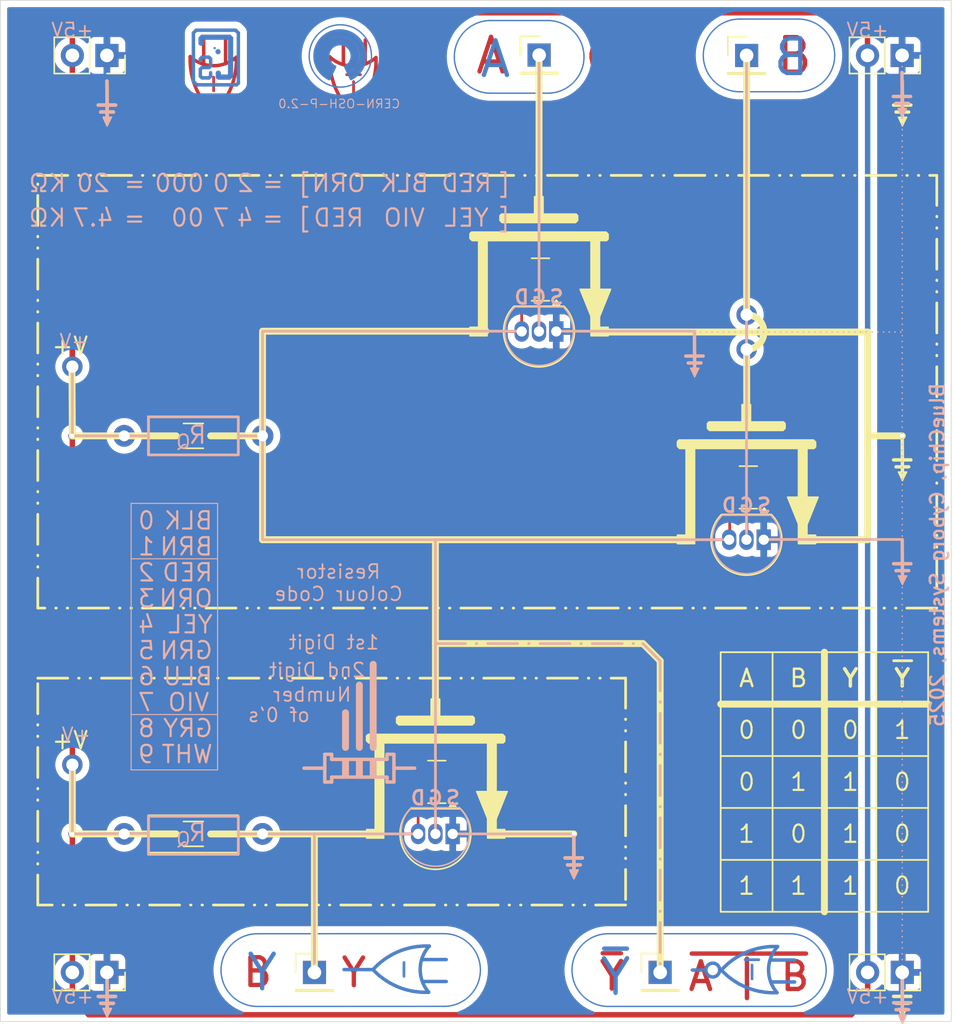
<source format=kicad_pcb>
(kicad_pcb (version 20241229) (generator "pcbnew") (generator_version "9.0")
  (layers (0 "F.Cu" signal) (2 "B.Cu" signal) (13 "F.Paste" user) (15 "B.Paste" user) (5 "F.SilkS" user "F.Silkscreen") (7 "B.SilkS" user "B.Silkscreen") (1 "F.Mask" user) (3 "B.Mask" user) (25 "Edge.Cuts" user))
  (net 0 "")
  (net 1 "Net-(A1-Pin_1)")
  (net 2 "Net-(B1-Pin_1)")
  (net 3 "GNDREF")
  (net 4 "VDD")
  (net 5 "Net-(Q13-D)")
  (net 6 "Net-(Q15-D)")
  (footprint "Package_TO_SOT_THT:TO-92_Inline" (layer "F.Cu") (at 227.329705 138.472237 180)
    (property "Reference" "Q5" (hide yes))
    (property "Value" "2N7000" (hide yes))
  )
  (footprint "Connector_PinHeader_2.54mm:PinHeader_1x01_P2.54mm_Vertical" (layer "F.Cu") (at 248.919705 81.3435)
    (property "Reference" "B1" (hide yes))
    (property "Value" "Conn_01x01_Pin" (hide yes))
  )
  (footprint "Connector_PinHeader_2.54mm:PinHeader_1x01_P2.54mm_Vertical" (layer "F.Cu") (at 233.679705 81.322237)
    (property "Reference" "A1" (hide yes))
    (property "Value" "Conn_01x01_Pin" (hide yes))
  )
  (footprint "Package_TO_SOT_THT:TO-92_Inline" (layer "F.Cu") (at 234.936283 101.6 180)
    (property "Reference" "Q3" (hide yes))
    (property "Value" "2N7000" (hide yes))
  )
  (footprint "Connector_PinSocket_2.54mm:PinSocket_1x02_P2.54mm_Vertical" (layer "F.Cu") (at 201.929705 81.3435 -90)
    (property "Reference" "J1" (hide yes))
    (property "Value" "Conn_01x02_Pin" (hide yes))
  )
  (footprint "Resistor_THT:R_Axial_DIN0207_L6.3mm_D2.5mm_P10.16mm_Horizontal" (layer "F.Cu") (at 203.199705 109.262237)
    (property "Reference" "R5" (hide yes))
    (property "Value" "R" (hide yes))
  )
  (footprint "Package_TO_SOT_SMD:SOT-23" (layer "F.Cu") (at 249.048473 113.043945 180)
    (property "Reference" "Q14" (hide yes))
    (property "Value" "2N7000" (hide yes))
  )
  (footprint "Connector_PinSocket_2.54mm:PinSocket_1x02_P2.54mm_Vertical" (layer "F.Cu") (at 260.349705 148.632237 -90)
    (property "Reference" "J3" (hide yes))
    (property "Value" "Conn_01x02_Pin" (hide yes))
  )
  (footprint "Connector_PinHeader_2.54mm:PinHeader_1x01_P2.54mm_Vertical" (layer "F.Cu") (at 242.569705 148.632237)
    (property "Reference" "Y2" (hide yes))
    (property "Value" "Conn_01x01_Pin")
  )
  (footprint "Connector_PinSocket_2.54mm:PinSocket_1x02_P2.54mm_Vertical" (layer "F.Cu") (at 260.341731 81.3435 -90)
    (property "Reference" "J4" (hide yes))
    (property "Value" "Conn_01x02_Pin" (hide yes))
  )
  (footprint "Connector_PinHeader_2.54mm:PinHeader_1x01_P2.54mm_Vertical" (layer "F.Cu") (at 217.169705 148.636386)
    (property "Reference" "Y1" (hide yes))
    (property "Value" "Conn_01x01_Pin" (hide yes))
  )
  (footprint "Package_TO_SOT_THT:TO-92_Inline" (layer "F.Cu") (at 250.176283 116.882237 180)
    (property "Reference" "Q4" (hide yes))
    (property "Value" "2N7000" (hide yes))
  )
  (footprint "Connector_PinSocket_2.54mm:PinSocket_1x02_P2.54mm_Vertical" (layer "F.Cu") (at 201.929705 148.632237 -90)
    (property "Reference" "J2" (hide yes))
    (property "Value" "Conn_01x02_Pin" (hide yes))
  )
  (footprint "Resistor_SMD:R_1206_3216Metric" (layer "F.Cu") (at 208.279705 138.472237)
    (property "Reference" "R16" (hide yes))
    (property "Value" "R" (hide yes))
  )
  (footprint "Resistor_SMD:R_1206_3216Metric" (layer "F.Cu") (at 208.279705 109.262237)
    (property "Reference" "R15" (hide yes))
    (property "Value" "R" (hide yes))
  )
  (footprint "Package_TO_SOT_SMD:SOT-23" (layer "F.Cu") (at 226.163785 134.655754 180)
    (property "Reference" "Q15" (hide yes))
    (property "Value" "2N7000" (hide yes))
  )
  (footprint "Package_TO_SOT_SMD:SOT-23" (layer "F.Cu") (at 233.777779 97.79 180)
    (property "Reference" "Q13" (hide yes))
    (property "Value" "2N7000" (hide yes))
  )
  (footprint "Resistor_THT:R_Axial_DIN0207_L6.3mm_D2.5mm_P10.16mm_Horizontal" (layer "F.Cu") (at 203.199705 138.472237)
    (property "Reference" "R6" (hide yes))
    (property "Value" "R" (hide yes))
  )
  (gr_line (start 210.644516 81.940936) (end 210.644516 80.183715) (stroke (width 0.254)) (layer "F.Cu"))
  (gr_line (start 218.307151 81.460803) (end 218.307691 81.461209) (stroke (width 0.254)) (layer "F.Cu"))
  (gr_line (start 211.430502 81.475141) (end 211.429028 81.474939) (stroke (width 0.254)) (layer "F.Cu"))
  (gr_line (start 209.771045 85.563309) (end 209.770269 85.567368) (stroke (width 0.254)) (layer "F.Cu"))
  (gr_arc (start 209.771045 85.563309) (mid 208.446846 83.691009) (end 208.046473 81.432977) (stroke (width 0.254)) (layer "F.Cu"))
  (gr_line (start 209.035367 81.940936) (end 209.035367 80.183715) (stroke (width 0.254)) (layer "F.Cu"))
  (gr_line (start 219.296585 81.969168) (end 219.296585 80.211947) (stroke (width 0.254)) (layer "F.Cu"))
  (gr_circle (center 220.032263 86.226541) (end 220.540263 86.226541) (stroke (width 0.254)) (fill no) (layer "F.Cu"))
  (gr_line (start 208.045933 81.432571) (end 208.046473 81.432977) (stroke (width 0.254)) (layer "F.Cu"))
  (gr_arc (start 221.690246 81.503171) (mid 219.990614 82.127558) (end 218.307151 81.460803) (stroke (width 0.254)) (layer "F.Cu"))
  (gr_line (start 221.69172 81.503373) (end 221.690246 81.503171) (stroke (width 0.254)) (layer "F.Cu"))
  (gr_arc (start 211.430502 81.475141) (mid 211.049863 83.703609) (end 209.770269 85.567368) (stroke (width 0.254)) (layer "F.Cu"))
  (gr_line (start 220.032263 85.591541) (end 220.031487 85.5956) (stroke (width 0.254)) (layer "F.Cu"))
  (gr_arc (start 211.429028 81.474939) (mid 209.729396 82.099326) (end 208.045933 81.432571) (stroke (width 0.254)) (layer "F.Cu"))
  (gr_arc (start 221.69172 81.503373) (mid 221.311081 83.731841) (end 220.031487 85.5956) (stroke (width 0.254)) (layer "F.Cu"))
  (gr_line (start 209.770247 85.567368) (end 209.771045 87.695909) (stroke (width 0.254)) (layer "F.Cu"))
  (gr_line (start 220.905734 81.969168) (end 220.905734 80.211947) (stroke (width 0.254)) (layer "F.Cu"))
  (gr_arc (start 220.032263 85.591541) (mid 218.708064 83.719241) (end 218.307691 81.461209) (stroke (width 0.254)) (layer "F.Cu"))
  (gr_line (start 220.032263 86.746101) (end 220.032263 87.724141) (stroke (width 0.254)) (layer "F.Cu"))
  (gr_arc (start 212.978705 151.130849) (mid 210.311686 148.463835) (end 212.978705 145.796849) (stroke (width 0.1)) (layer "B.Cu"))
  (gr_arc (start 234.306731 78.782237) (mid 236.973815 81.449247) (end 234.306731 84.116237) (stroke (width 0.1)) (layer "B.Cu"))
  (gr_arc (start 218.312705 82.7797) (mid 219.039734 79.805117) (end 219.788095 82.774408) (stroke (width 0.127)) (layer "B.Cu"))
  (gr_arc (start 218.236505 82.8559) (mid 219.105198 79.701552) (end 219.758299 82.907481) (stroke (width 0.127)) (layer "B.Cu"))
  (gr_line (start 245.913712 148.462954) (end 244.935672 148.462954) (stroke (width 0.254)) (layer "B.Cu"))
  (gr_line (start 252.721731 78.6765) (end 248.403731 78.6765) (stroke (width 0.1)) (layer "B.Cu"))
  (gr_arc (start 218.359506 82.573138) (mid 219.070689 80.011126) (end 219.670358 82.601515) (stroke (width 0.127)) (layer "B.Cu"))
  (gr_line (start 252.094705 151.12999) (end 238.759724 151.12999) (stroke (width 0.1)) (layer "B.Cu"))
  (gr_line (start 225.564339 150.087545) (end 225.564541 150.086071) (stroke (width 0.254)) (layer "B.Cu"))
  (gr_arc (start 218.261905 83.1099) (mid 219.042181 79.484499) (end 219.849647 83.103943) (stroke (width 0.127)) (layer "B.Cu"))
  (gr_arc (start 238.759724 151.12999) (mid 236.092705 148.46299) (end 238.759724 145.79599) (stroke (width 0.1)) (layer "B.Cu"))
  (gr_arc (start 251.15644 150.122411) (mid 248.927972 149.741772) (end 247.064213 148.462178) (stroke (width 0.254)) (layer "B.Cu"))
  (gr_line (start 218.683839 82.172113) (end 218.255018 83.071629) (stroke (width 0.2)) (layer "B.Cu"))
  (gr_line (start 250.690645 147.727276) (end 252.447866 147.727276) (stroke (width 0.254)) (layer "B.Cu"))
  (gr_line (start 238.759724 145.79599) (end 252.094705 145.79599) (stroke (width 0.1)) (layer "B.Cu"))
  (gr_arc (start 218.490505 82.3733) (mid 219.013326 80.24795) (end 219.652098 82.341419) (stroke (width 0.127)) (layer "B.Cu"))
  (gr_line (start 221.476171 148.428088) (end 221.472112 148.427312) (stroke (width 0.254)) (layer "B.Cu"))
  (gr_arc (start 221.476171 148.428088) (mid 223.348482 147.103924) (end 225.606503 146.703516) (stroke (width 0.254)) (layer "B.Cu"))
  (gr_arc (start 225.564339 150.087545) (mid 223.335869 149.70691) (end 221.472112 148.427312) (stroke (width 0.254)) (layer "B.Cu"))
  (gr_arc (start 225.564541 150.086071) (mid 224.940163 148.386443) (end 225.606909 146.702976) (stroke (width 0.254)) (layer "B.Cu"))
  (gr_arc (start 252.721731 78.6765) (mid 255.388815 81.34351) (end 252.721731 84.0105) (stroke (width 0.1)) (layer "B.Cu"))
  (gr_circle (center 219.074705 81.3827) (end 216.788705 81.3827) (stroke (width 0.1)) (fill no) (layer "B.Cu"))
  (gr_arc (start 248.403731 84.0105) (mid 245.736815 81.34351) (end 248.403731 78.6765) (stroke (width 0.1)) (layer "B.Cu"))
  (gr_arc (start 218.566705 82.1447) (mid 219.034027 80.485172) (end 219.527102 82.137243) (stroke (width 0.127)) (layer "B.Cu"))
  (gr_arc (start 252.094705 145.79599) (mid 254.761681 148.46299) (end 252.094705 151.12999) (stroke (width 0.1)) (layer "B.Cu"))
  (gr_line (start 230.115731 84.116237) (end 234.306731 84.116237) (stroke (width 0.1)) (layer "B.Cu"))
  (gr_line (start 234.306731 78.782237) (end 229.988731 78.782237) (stroke (width 0.1)) (layer "B.Cu"))
  (gr_line (start 225.098544 149.301559) (end 226.855765 149.301559) (stroke (width 0.254)) (layer "B.Cu"))
  (gr_arc (start 218.414305 82.4495) (mid 218.946544 80.147355) (end 219.835018 82.336865) (stroke (width 0.127)) (layer "B.Cu"))
  (gr_line (start 219.439976 82.167388) (end 219.862105 83.0591) (stroke (width 0.2)) (layer "B.Cu"))
  (gr_arc (start 218.414305 82.492786) (mid 218.985581 80.048309) (end 219.656475 82.46738) (stroke (width 0.127)) (layer "B.Cu"))
  (gr_line (start 226.675103 151.125254) (end 212.978705 151.130849) (stroke (width 0.1)) (layer "B.Cu"))
  (gr_arc (start 226.69471 145.791254) (mid 229.361691 148.45824) (end 226.69471 151.125254) (stroke (width 0.1)) (layer "B.Cu"))
  (gr_circle (center 209.839746 80.811242) (end 209.915946 80.811242) (stroke (width 0.0254)) (fill yes) (layer "B.Cu"))
  (gr_line (start 248.403731 84.0105) (end 252.721731 84.0105) (stroke (width 0.1)) (layer "B.Cu"))
  (gr_circle (center 246.433272 148.462954) (end 246.433272 148.970954) (stroke (width 0.254)) (fill no) (layer "B.Cu"))
  (gr_arc (start 230.115731 84.116237) (mid 227.448815 81.449247) (end 230.115731 78.782237) (stroke (width 0.1)) (layer "B.Cu"))
  (gr_arc (start 251.156642 150.120937) (mid 250.532255 148.421305) (end 251.19901 146.737842) (stroke (width 0.254)) (layer "B.Cu"))
  (gr_line (start 212.978705 145.796849) (end 226.6947 145.791254) (stroke (width 0.1)) (layer "B.Cu"))
  (gr_line (start 250.690645 149.336425) (end 252.447866 149.336425) (stroke (width 0.254)) (layer "B.Cu"))
  (gr_line (start 225.098544 147.69241) (end 226.855765 147.69241) (stroke (width 0.254)) (layer "B.Cu"))
  (gr_arc (start 218.566705 82.336779) (mid 219.057682 80.315748) (end 219.498615 82.348325) (stroke (width 0.127)) (layer "B.Cu"))
  (gr_arc (start 218.363505 82.7035) (mid 219.046853 79.895067) (end 219.73457 82.702476) (stroke (width 0.127)) (layer "B.Cu"))
  (gr_arc (start 218.566705 82.268122) (mid 219.020534 80.377684) (end 219.557305 82.246299) (stroke (width 0.127)) (layer "B.Cu"))
  (gr_arc (start 218.697399 82.145144) (mid 219.011359 80.54363) (end 219.468611 82.11026) (stroke (width 0.127)) (layer "B.Cu"))
  (gr_arc (start 218.211105 82.9575) (mid 219.083051 79.602524) (end 219.798658 82.994264) (stroke (width 0.127)) (layer "B.Cu"))
  (gr_arc (start 247.068272 148.462954) (mid 248.940572 147.138755) (end 251.198604 146.738382) (stroke (width 0.254)) (layer "B.Cu"))
  (gr_line (start 225.606909 146.702976) (end 225.606503 146.703516) (stroke (width 0.254)) (layer "B.Cu"))
  (gr_line (start 221.472112 148.428088) (end 219.343571 148.428088) (stroke (width 0.254)) (layer "B.Cu"))
  (gr_circle (center 210.091996 81.072929) (end 210.091996 80.945929) (stroke (width 0.127)) (fill yes) (layer "B.Cu"))
  (gr_line (start 248.919705 100.372238) (end 248.919705 81.322237) (stroke (width 0.508)) (layer "F.SilkS"))
  (gr_line (start 236.545163 141.123727) (end 236.231361 141.758727) (stroke (width 0.1)) (layer "F.SilkS"))
  (gr_line (start 259.714705 150.394727) (end 260.984705 150.394727) (stroke (width 0.254)) (layer "F.SilkS"))
  (gr_line (start 260.069452 85.878727) (end 260.675163 85.878727) (stroke (width 0.1)) (layer "F.SilkS"))
  (gr_line (start 201.94866 151.695747) (end 201.929705 148.632237) (stroke (width 0.254)) (layer "F.SilkS"))
  (gr_poly (pts (xy 220.996801 138.782351) (xy 220.996801 138.147351) (xy 221.631801 138.147351) (xy 221.631801 131.797351) (xy 221.155551 131.797351) (xy 220.996801 131.638601) (xy 220.996801 131.281413) (xy 221.115863 131.162351) (xy 230.998051 131.162351) (xy 231.156801 131.321101) (xy 231.156801 131.678289) (xy 231.037739 131.797351) (xy 230.521801 131.797351) (xy 230.521801 138.147351) (xy 231.156801 138.147351) (xy 231.156801 138.782351) (xy 229.886801 138.782351) (xy 229.886801 131.797351) (xy 222.266801 131.797351) (xy 222.266801 138.782351)) (stroke (width 0.1)) (fill yes) (layer "F.SilkS"))
  (gr_line (start 199.389705 138.472237) (end 199.389705 133.392237) (stroke (width 0.508)) (layer "F.SilkS"))
  (gr_line (start 257.809705 116.882237) (end 253.357994 116.882237) (stroke (width 0.508)) (layer "F.SilkS"))
  (gr_line (start 260.361361 151.918727) (end 260.069452 151.283727) (stroke (width 0.1)) (layer "F.SilkS"))
  (gr_line (start 201.474979 85.497727) (end 202.406325 85.497727) (stroke (width 0.254)) (layer "F.SilkS"))
  (gr_line (start 202.255163 151.283727) (end 201.941361 151.918727) (stroke (width 0.1)) (layer "F.SilkS"))
  (gr_poly (pts (xy 230.955439 93.615195) (xy 230.796689 93.456445) (xy 230.796689 93.099257) (xy 230.915751 92.980195) (xy 233.336689 92.980195) (xy 233.336689 91.710195) (xy 233.971689 91.710195) (xy 233.971689 92.980195) (xy 236.392627 92.980195) (xy 236.511689 93.099257) (xy 236.511689 93.456445) (xy 236.352939 93.615195)) (stroke (width 0.1)) (fill yes) (layer "F.SilkS"))
  (gr_line (start 260.069452 151.283727) (end 260.675163 151.283727) (stroke (width 0.1)) (layer "F.SilkS"))
  (gr_poly (pts (xy 243.831731 117.177697) (xy 243.831731 116.542697) (xy 244.466731 116.542697) (xy 244.466731 110.192697) (xy 243.990481 110.192697) (xy 243.831731 110.033947) (xy 243.831731 109.676759) (xy 243.950793 109.557697) (xy 253.832981 109.557697) (xy 253.991731 109.716447) (xy 253.991731 110.073635) (xy 253.872669 110.192697) (xy 253.356731 110.192697) (xy 253.356731 116.542697) (xy 253.991731 116.542697) (xy 253.991731 117.177697) (xy 252.721731 117.177697) (xy 252.721731 110.192697) (xy 245.101731 110.192697) (xy 245.101731 117.177697)) (stroke (width 0.1)) (fill yes) (layer "F.SilkS"))
  (gr_line (start 260.186958 85.97978) (end 260.534006 85.97978) (stroke (width 0.2032)) (layer "F.SilkS"))
  (gr_line (start 260.252908 151.492893) (end 260.476705 151.489649) (stroke (width 0.1)) (layer "F.SilkS"))
  (gr_line (start 259.714705 111.024727) (end 260.984705 111.024727) (stroke (width 0.254)) (layer "F.SilkS"))
  (gr_arc (start 248.919705 100.372237) (mid 250.189705 101.642237) (end 248.919705 102.912237) (stroke (width 0.508)) (layer "F.SilkS"))
  (gr_line (start 201.766958 85.97978) (end 202.114006 85.97978) (stroke (width 0.2032)) (layer "F.SilkS"))
  (gr_line (start 260.36866 151.695747) (end 260.349705 148.632237) (stroke (width 0.254)) (layer "F.SilkS"))
  (gr_line (start 247.014705 128.947237) (end 262.254705 128.947237) (stroke (width 0.508)) (layer "F.SilkS"))
  (gr_line (start 260.36866 86.290747) (end 260.349705 83.227237) (stroke (width 0.254)) (layer "F.SilkS"))
  (gr_poly (pts (xy 238.935186 98.501871) (xy 237.807883 101.288169) (xy 236.682729 98.501773)) (stroke (width 0.1)) (fill yes) (layer "F.SilkS"))
  (gr_line (start 236.219705 138.472237) (end 230.50672 138.472237) (stroke (width 0.508)) (layer "F.SilkS"))
  (gr_line (start 213.359705 116.882237) (end 213.359705 101.74359) (stroke (width 0.508)) (layer "F.SilkS"))
  (gr_line (start 201.766958 151.38478) (end 202.114006 151.38478) (stroke (width 0.2032)) (layer "F.SilkS"))
  (gr_line (start 226.059705 124.502237) (end 241.299705 124.502237) (stroke (width 0.508)) (layer "F.SilkS"))
  (gr_line (start 260.361361 112.548727) (end 260.069452 111.913727) (stroke (width 0.1)) (layer "F.SilkS"))
  (gr_line (start 260.252908 112.122893) (end 260.476705 112.119649) (stroke (width 0.1)) (layer "F.SilkS"))
  (gr_line (start 260.349705 109.262237) (end 257.809705 109.262237) (stroke (width 0.508)) (layer "F.SilkS"))
  (gr_line (start 241.299705 124.502237) (end 242.569705 125.772237) (stroke (width 0.508)) (layer "F.SilkS"))
  (gr_line (start 259.894979 85.497727) (end 260.826325 85.497727) (stroke (width 0.254)) (layer "F.SilkS"))
  (gr_line (start 201.649452 151.283727) (end 202.255163 151.283727) (stroke (width 0.1)) (layer "F.SilkS"))
  (gr_line (start 233.666284 92.075) (end 233.671731 81.322237) (stroke (width 0.508)) (layer "F.SilkS"))
  (gr_line (start 201.941361 151.918727) (end 201.649452 151.283727) (stroke (width 0.1)) (layer "F.SilkS"))
  (gr_line (start 260.36866 112.325747) (end 260.349705 109.262237) (stroke (width 0.254)) (layer "F.SilkS"))
  (gr_line (start 235.939452 141.123727) (end 236.545163 141.123727) (stroke (width 0.1)) (layer "F.SilkS"))
  (gr_line (start 236.122908 141.332893) (end 236.346705 141.329649) (stroke (width 0.1)) (layer "F.SilkS"))
  (gr_line (start 207.009705 109.262237) (end 199.389705 109.262237) (stroke (width 0.508)) (layer "F.SilkS"))
  (gr_line (start 242.569705 125.772237) (end 242.569705 148.632237) (stroke (width 0.508)) (layer "F.SilkS"))
  (gr_rect (start 196.849705 90.148737) (end 262.889705 121.898737) (stroke (width 0.2) (type dash_dot_dot)) (fill no) (layer "F.SilkS"))
  (gr_poly (pts (xy 228.592026 101.923169) (xy 228.592026 101.288169) (xy 229.227026 101.288169) (xy 229.227026 94.938169) (xy 228.750776 94.938169) (xy 228.592026 94.779419) (xy 228.592026 94.422231) (xy 228.711088 94.303169) (xy 238.593276 94.303169) (xy 238.752026 94.461919) (xy 238.752026 94.819107) (xy 238.632964 94.938169) (xy 238.117026 94.938169) (xy 238.117026 101.288169) (xy 238.752026 101.288169) (xy 238.752026 101.923169) (xy 237.482026 101.923169) (xy 237.482026 94.938169) (xy 229.862026 94.938169) (xy 229.862026 101.923169)) (stroke (width 0.1)) (fill yes) (layer "F.SilkS"))
  (gr_line (start 254.634705 125.137237) (end 254.634705 144.187237) (stroke (width 0.508)) (layer "F.SilkS"))
  (gr_rect (start 196.849705 127.042237) (end 240.029705 143.688657) (stroke (width 0.2) (type dash_dot_dot)) (fill no) (layer "F.SilkS"))
  (gr_line (start 260.675163 85.878727) (end 260.361361 86.513727) (stroke (width 0.1)) (layer "F.SilkS"))
  (gr_line (start 207.009705 138.472237) (end 199.389705 138.472237) (stroke (width 0.508)) (layer "F.SilkS"))
  (gr_line (start 235.584705 140.234727) (end 236.854705 140.234727) (stroke (width 0.254)) (layer "F.SilkS"))
  (gr_line (start 259.723204 125.763136) (end 261.046204 125.763136) (stroke (width 0.2032)) (layer "F.SilkS"))
  (gr_line (start 260.252908 86.087893) (end 260.476705 86.084649) (stroke (width 0.1)) (layer "F.SilkS"))
  (gr_line (start 213.359705 101.582027) (end 229.768352 101.582027) (stroke (width 0.508)) (layer "F.SilkS"))
  (gr_line (start 236.231361 141.758727) (end 235.939452 141.123727) (stroke (width 0.1)) (layer "F.SilkS"))
  (gr_line (start 201.832908 86.087893) (end 202.056705 86.084649) (stroke (width 0.1)) (layer "F.SilkS"))
  (gr_line (start 260.361361 86.513727) (end 260.069452 85.878727) (stroke (width 0.1)) (layer "F.SilkS"))
  (gr_line (start 209.549705 109.262237) (end 213.359705 109.262237) (stroke (width 0.508)) (layer "F.SilkS"))
  (gr_line (start 257.809705 101.642237) (end 257.809705 116.882237) (stroke (width 0.508)) (layer "F.SilkS"))
  (gr_line (start 259.894979 150.902727) (end 260.826325 150.902727) (stroke (width 0.254)) (layer "F.SilkS"))
  (gr_line (start 260.186958 112.01478) (end 260.534006 112.01478) (stroke (width 0.2032)) (layer "F.SilkS"))
  (gr_poly (pts (xy 231.339961 135.361053) (xy 230.212658 138.147351) (xy 229.087504 135.360955)) (stroke (width 0.1)) (fill yes) (layer "F.SilkS"))
  (gr_line (start 260.675163 151.283727) (end 260.361361 151.918727) (stroke (width 0.1)) (layer "F.SilkS"))
  (gr_line (start 209.549705 138.475527) (end 220.878352 138.475527) (stroke (width 0.508)) (layer "F.SilkS"))
  (gr_line (start 201.941361 86.513727) (end 201.649452 85.878727) (stroke (width 0.1)) (layer "F.SilkS"))
  (gr_line (start 236.23866 141.535747) (end 236.219705 138.472237) (stroke (width 0.254)) (layer "F.SilkS"))
  (gr_line (start 248.931553 108.234723) (end 248.919705 102.912237) (stroke (width 0.508)) (layer "F.SilkS"))
  (gr_line (start 201.474979 150.902727) (end 202.406325 150.902727) (stroke (width 0.254)) (layer "F.SilkS"))
  (gr_poly (pts (xy 246.195144 108.869723) (xy 246.036394 108.710973) (xy 246.036394 108.353785) (xy 246.155456 108.234723) (xy 248.576394 108.234723) (xy 248.576394 106.964723) (xy 249.211394 106.964723) (xy 249.211394 108.234723) (xy 251.632332 108.234723) (xy 251.751394 108.353785) (xy 251.751394 108.710973) (xy 251.592644 108.869723)) (stroke (width 0.1)) (fill yes) (layer "F.SilkS"))
  (gr_line (start 236.056958 141.22478) (end 236.404006 141.22478) (stroke (width 0.2032)) (layer "F.SilkS"))
  (gr_line (start 201.294705 150.394727) (end 202.564705 150.394727) (stroke (width 0.254)) (layer "F.SilkS"))
  (gr_poly (pts (xy 223.360214 130.474377) (xy 223.201464 130.315627) (xy 223.201464 129.958439) (xy 223.320526 129.839377) (xy 225.741464 129.839377) (xy 225.741464 128.569377) (xy 226.376464 128.569377) (xy 226.376464 129.839377) (xy 228.797402 129.839377) (xy 228.916464 129.958439) (xy 228.916464 130.315627) (xy 228.757714 130.474377)) (stroke (width 0.1)) (fill yes) (layer "F.SilkS"))
  (gr_line (start 199.389705 109.262237) (end 199.359705 104.182237) (stroke (width 0.508)) (layer "F.SilkS"))
  (gr_line (start 235.764979 140.742727) (end 236.696325 140.742727) (stroke (width 0.254)) (layer "F.SilkS"))
  (gr_line (start 201.294705 84.989727) (end 202.564705 84.989727) (stroke (width 0.254)) (layer "F.SilkS"))
  (gr_line (start 243.831731 116.882237) (end 213.359705 116.882237) (stroke (width 0.508)) (layer "F.SilkS"))
  (gr_line (start 259.714705 84.989727) (end 260.984705 84.989727) (stroke (width 0.254)) (layer "F.SilkS"))
  (gr_line (start 217.169705 138.732667) (end 217.169705 148.889377) (stroke (width 0.508)) (layer "F.SilkS"))
  (gr_line (start 257.809705 101.642237) (end 237.803849 101.642237) (stroke (width 0.508)) (layer "F.SilkS"))
  (gr_line (start 260.069452 111.913727) (end 260.675163 111.913727) (stroke (width 0.1)) (layer "F.SilkS"))
  (gr_line (start 201.832908 151.492893) (end 202.056705 151.489649) (stroke (width 0.1)) (layer "F.SilkS"))
  (gr_line (start 226.059705 116.882237) (end 226.059705 129.582237) (stroke (width 0.508)) (layer "F.SilkS"))
  (gr_line (start 202.255163 85.878727) (end 201.941361 86.513727) (stroke (width 0.1)) (layer "F.SilkS"))
  (gr_line (start 259.894979 111.532727) (end 260.826325 111.532727) (stroke (width 0.254)) (layer "F.SilkS"))
  (gr_line (start 201.94866 86.290747) (end 201.929705 83.227237) (stroke (width 0.254)) (layer "F.SilkS"))
  (gr_poly (pts (xy 254.174891 113.756399) (xy 253.047588 116.542697) (xy 251.922434 113.756301)) (stroke (width 0.1)) (fill yes) (layer "F.SilkS"))
  (gr_line (start 260.186958 151.38478) (end 260.534006 151.38478) (stroke (width 0.2032)) (layer "F.SilkS"))
  (gr_line (start 201.649452 85.878727) (end 202.255163 85.878727) (stroke (width 0.1)) (layer "F.SilkS"))
  (gr_line (start 260.675163 111.913727) (end 260.361361 112.548727) (stroke (width 0.1)) (layer "F.SilkS"))
  (gr_line (start 201.832908 86.087893) (end 202.056705 86.084649) (stroke (width 0.1)) (layer "B.SilkS"))
  (gr_line (start 210.059166 118.283167) (end 203.709166 118.283167) (stroke (width 0.0762)) (layer "B.SilkS"))
  (gr_line (start 260.341731 85.878727) (end 260.049822 85.243727) (stroke (width 0.1)) (layer "B.SilkS"))
  (gr_line (start 241.299705 124.502237) (end 242.569705 125.772237) (stroke (width 0.2) (type dash_dot)) (layer "B.SilkS"))
  (gr_line (start 201.941361 86.513727) (end 201.649452 85.878727) (stroke (width 0.1)) (layer "B.SilkS"))
  (gr_line (start 224.281705 136.550518) (end 227.837704 136.550518) (stroke (width 0.1)) (layer "B.SilkS"))
  (gr_line (start 248.911732 116.864264) (end 248.911732 81.322237) (stroke (width 0.2)) (layer "B.SilkS"))
  (gr_line (start 217.169705 147.971709) (end 217.169705 138.446709) (stroke (width 0.2)) (layer "B.SilkS"))
  (gr_arc (start 250.689732 115.086264) (mid 248.911732 119.378736) (end 247.133732 115.086264) (stroke (width 0.1)) (layer "B.SilkS"))
  (gr_line (start 218.439705 133.001773) (end 218.439705 132.630237) (stroke (width 0.254)) (layer "B.SilkS"))
  (gr_line (start 260.36866 152.1615) (end 260.349705 149.09799) (stroke (width 0.254)) (layer "B.SilkS"))
  (gr_line (start 247.133732 115.086264) (end 250.689731 115.086264) (stroke (width 0.1)) (layer "B.SilkS"))
  (gr_line (start 201.294705 150.394727) (end 202.564705 150.394727) (stroke (width 0.254)) (layer "B.SilkS"))
  (gr_line (start 204.977705 138.42999) (end 199.389705 138.472237) (stroke (width 0.2)) (layer "B.SilkS"))
  (gr_line (start 210.057705 129.709237) (end 203.707705 129.709237) (stroke (width 0.0762)) (layer "B.SilkS"))
  (gr_line (start 223.011705 134.662237) (end 223.011705 132.630237) (stroke (width 0.254)) (layer "B.SilkS"))
  (gr_line (start 201.294705 84.989727) (end 202.564705 84.989727) (stroke (width 0.254)) (layer "B.SilkS"))
  (gr_line (start 220.471705 132.122237) (end 220.471705 127.550237) (stroke (width 0.508)) (layer "B.SilkS"))
  (gr_line (start 260.186958 119.63478) (end 260.534006 119.63478) (stroke (width 0.2032)) (layer "B.SilkS"))
  (gr_line (start 245.109705 101.582027) (end 234.941731 101.582027) (stroke (width 0.2)) (layer "B.SilkS"))
  (gr_line (start 213.359705 116.882237) (end 213.359705 101.646224) (stroke (width 0.2)) (layer "B.SilkS"))
  (gr_rect (start 204.977705 137.176709) (end 211.581705 139.970709) (stroke (width 0.2)) (fill no) (layer "B.SilkS"))
  (gr_line (start 259.875349 84.862727) (end 260.806695 84.862727) (stroke (width 0.254)) (layer "B.SilkS"))
  (gr_line (start 236.219705 138.472237) (end 227.329704 138.472237) (stroke (width 0.2)) (layer "B.SilkS"))
  (gr_line (start 236.122908 141.332893) (end 236.346705 141.329649) (stroke (width 0.1)) (layer "B.SilkS"))
  (gr_line (start 260.167328 85.34478) (end 260.514376 85.34478) (stroke (width 0.2032)) (layer "B.SilkS"))
  (gr_line (start 202.255163 85.878727) (end 201.941361 86.513727) (stroke (width 0.1)) (layer "B.SilkS"))
  (gr_line (start 218.439705 132.630237) (end 217.931705 132.630237) (stroke (width 0.254)) (layer "B.SilkS"))
  (gr_line (start 244.452102 103.404727) (end 245.722102 103.404727) (stroke (width 0.254)) (layer "B.SilkS"))
  (gr_line (start 260.069452 151.74948) (end 260.675163 151.74948) (stroke (width 0.1)) (layer "B.SilkS"))
  (gr_line (start 259.714705 118.644727) (end 260.984705 118.644727) (stroke (width 0.254)) (layer "B.SilkS"))
  (gr_line (start 226.059705 124.502237) (end 241.299705 124.502237) (stroke (width 0.2) (type dash_dot)) (layer "B.SilkS"))
  (gr_line (start 245.109705 101.642237) (end 260.349705 101.642237) (stroke (width 0.1) (type dot)) (layer "B.SilkS"))
  (gr_line (start 201.649452 151.283727) (end 202.255163 151.283727) (stroke (width 0.1)) (layer "B.SilkS"))
  (gr_line (start 210.057705 114.215237) (end 203.707705 114.215237) (stroke (width 0.0762)) (layer "B.SilkS"))
  (gr_line (start 260.675163 151.74948) (end 260.361361 152.38448) (stroke (width 0.1)) (layer "B.SilkS"))
  (gr_line (start 204.977705 109.262237) (end 199.389705 109.262237) (stroke (width 0.2)) (layer "B.SilkS"))
  (gr_line (start 224.789704 138.472237) (end 211.581705 138.472237) (stroke (width 0.2)) (layer "B.SilkS"))
  (gr_line (start 231.893731 99.804027) (end 235.44973 99.804027) (stroke (width 0.1)) (layer "B.SilkS"))
  (gr_arc (start 235.449732 99.804027) (mid 233.671732 104.096499) (end 231.893732 99.804027) (stroke (width 0.1)) (layer "B.SilkS"))
  (gr_line (start 221.487705 133.138237) (end 221.487705 134.154237) (stroke (width 0.508)) (layer "B.SilkS"))
  (gr_line (start 245.106057 104.705747) (end 245.087102 101.642237) (stroke (width 0.254)) (layer "B.SilkS"))
  (gr_line (start 260.361361 120.168727) (end 260.069452 119.533727) (stroke (width 0.1)) (layer "B.SilkS"))
  (gr_line (start 259.714705 150.86048) (end 260.984705 150.86048) (stroke (width 0.254)) (layer "B.SilkS"))
  (gr_line (start 242.569705 125.772237) (end 242.569705 148.46299) (stroke (width 0.2) (type dash_dot)) (layer "B.SilkS"))
  (gr_line (start 210.057705 133.773237) (end 210.057705 114.215237) (stroke (width 0.0762)) (layer "B.SilkS"))
  (gr_line (start 224.281705 136.550518) (end 227.837704 136.550518) (stroke (width 0.1)) (layer "B.SilkS"))
  (gr_line (start 219.455705 133.138237) (end 219.455705 134.154237) (stroke (width 0.508)) (layer "B.SilkS"))
  (gr_line (start 236.23866 141.535747) (end 236.219705 138.472237) (stroke (width 0.254)) (layer "B.SilkS"))
  (gr_line (start 260.36866 119.945747) (end 260.349705 116.882237) (stroke (width 0.254)) (layer "B.SilkS"))
  (gr_line (start 247.649705 116.882237) (end 213.363692 116.882237) (stroke (width 0.2)) (layer "B.SilkS"))
  (gr_line (start 223.011705 134.662237) (end 222.503705 134.662237) (stroke (width 0.254)) (layer "B.SilkS"))
  (gr_line (start 235.939452 141.123727) (end 236.545163 141.123727) (stroke (width 0.1)) (layer "B.SilkS"))
  (gr_line (start 232.401731 101.582027) (end 213.359705 101.582027) (stroke (width 0.2)) (layer "B.SilkS"))
  (gr_line (start 201.766958 151.38478) (end 202.114006 151.38478) (stroke (width 0.2032)) (layer "B.SilkS"))
  (gr_line (start 217.931705 134.662237) (end 217.931705 132.630237) (stroke (width 0.254)) (layer "B.SilkS"))
  (gr_line (start 218.439705 134.662237) (end 218.439705 134.301164) (stroke (width 0.254)) (layer "B.SilkS"))
  (gr_line (start 260.252908 151.958646) (end 260.476705 151.955402) (stroke (width 0.1)) (layer "B.SilkS"))
  (gr_line (start 199.389705 138.472237) (end 199.389705 133.392237) (stroke (width 0.2)) (layer "B.SilkS"))
  (gr_line (start 235.764979 140.742727) (end 236.696325 140.742727) (stroke (width 0.254)) (layer "B.SilkS"))
  (gr_line (start 260.349705 81.322237) (end 260.349705 148.632237) (stroke (width 0.1) (type dot)) (layer "B.SilkS"))
  (gr_line (start 201.474979 150.902727) (end 202.406325 150.902727) (stroke (width 0.254)) (layer "B.SilkS"))
  (gr_arc (start 227.837705 136.550518) (mid 226.059705 140.84299) (end 224.281705 136.550518) (stroke (width 0.1)) (layer "B.SilkS"))
  (gr_line (start 201.474979 85.497727) (end 202.406325 85.497727) (stroke (width 0.254)) (layer "B.SilkS"))
  (gr_line (start 221.487705 132.122237) (end 221.487705 126.026237) (stroke (width 0.508)) (layer "B.SilkS"))
  (gr_line (start 244.806849 104.293727) (end 245.41256 104.293727) (stroke (width 0.1)) (layer "B.SilkS"))
  (gr_line (start 260.675163 119.533727) (end 260.361361 120.168727) (stroke (width 0.1)) (layer "B.SilkS"))
  (gr_line (start 223.011705 132.630237) (end 222.503705 132.630237) (stroke (width 0.254)) (layer "B.SilkS"))
  (gr_line (start 260.049822 85.243727) (end 260.655533 85.243727) (stroke (width 0.1)) (layer "B.SilkS"))
  (gr_line (start 203.707705 133.773237) (end 203.707705 114.215237) (stroke (width 0.0762)) (layer "B.SilkS"))
  (gr_line (start 244.990305 104.502893) (end 245.214102 104.499649) (stroke (width 0.1)) (layer "B.SilkS"))
  (gr_line (start 219.455705 132.122237) (end 219.455705 129.582237) (stroke (width 0.508)) (layer "B.SilkS"))
  (gr_line (start 235.584705 140.234727) (end 236.854705 140.234727) (stroke (width 0.254)) (layer "B.SilkS"))
  (gr_line (start 236.545163 141.123727) (end 236.231361 141.758727) (stroke (width 0.1)) (layer "B.SilkS"))
  (gr_line (start 244.924355 104.39478) (end 245.271403 104.39478) (stroke (width 0.2032)) (layer "B.SilkS"))
  (gr_line (start 201.832908 151.492893) (end 202.056705 151.489649) (stroke (width 0.1)) (layer "B.SilkS"))
  (gr_arc (start 235.449731 99.804027) (mid 233.671731 104.096499) (end 231.893731 99.804027) (stroke (width 0.1)) (layer "B.SilkS"))
  (gr_line (start 199.389705 109.258947) (end 199.389705 104.178947) (stroke (width 0.2)) (layer "B.SilkS"))
  (gr_line (start 260.342026 116.864264) (end 250.181731 116.864264) (stroke (width 0.2)) (layer "B.SilkS"))
  (gr_rect (start 204.977705 107.865237) (end 211.581705 110.659237) (stroke (width 0.2)) (fill no) (layer "B.SilkS"))
  (gr_line (start 220.471705 133.138237) (end 220.471705 134.154237) (stroke (width 0.508)) (layer "B.SilkS"))
  (gr_line (start 210.057705 133.773237) (end 203.707705 133.773237) (stroke (width 0.0762)) (layer "B.SilkS"))
  (gr_line (start 260.069452 119.533727) (end 260.675163 119.533727) (stroke (width 0.1)) (layer "B.SilkS"))
  (gr_line (start 259.894979 151.36848) (end 260.826325 151.36848) (stroke (width 0.254)) (layer "B.SilkS"))
  (gr_line (start 260.186958 151.850533) (end 260.534006 151.850533) (stroke (width 0.2032)) (layer "B.SilkS"))
  (gr_line (start 201.94866 151.695747) (end 201.929705 148.632237) (stroke (width 0.254)) (layer "B.SilkS"))
  (gr_line (start 260.252908 119.742893) (end 260.476705 119.739649) (stroke (width 0.1)) (layer "B.SilkS"))
  (gr_line (start 233.671731 81.322237) (end 233.671731 101.582027) (stroke (width 0.2)) (layer "B.SilkS"))
  (gr_line (start 244.632376 103.912727) (end 245.563722 103.912727) (stroke (width 0.254)) (layer "B.SilkS"))
  (gr_line (start 201.941361 151.918727) (end 201.649452 151.283727) (stroke (width 0.1)) (layer "B.SilkS"))
  (gr_arc (start 250.689732 115.086264) (mid 248.911732 119.378736) (end 247.133732 115.086264) (stroke (width 0.1)) (layer "B.SilkS"))
  (gr_line (start 226.059705 138.328518) (end 226.059705 116.882237) (stroke (width 0.2)) (layer "B.SilkS"))
  (gr_line (start 260.233278 85.452893) (end 260.457075 85.449649) (stroke (width 0.1)) (layer "B.SilkS"))
  (gr_line (start 259.695075 84.354727) (end 260.965075 84.354727) (stroke (width 0.254)) (layer "B.SilkS"))
  (gr_line (start 260.361361 152.38448) (end 260.069452 151.74948) (stroke (width 0.1)) (layer "B.SilkS"))
  (gr_line (start 245.41256 104.293727) (end 245.098758 104.928727) (stroke (width 0.1)) (layer "B.SilkS"))
  (gr_line (start 231.893732 99.804027) (end 235.449731 99.804027) (stroke (width 0.1)) (layer "B.SilkS"))
  (gr_line (start 236.231361 141.758727) (end 235.939452 141.123727) (stroke (width 0.1)) (layer "B.SilkS"))
  (gr_line (start 201.649452 85.878727) (end 202.255163 85.878727) (stroke (width 0.1)) (layer "B.SilkS"))
  (gr_line (start 222.503705 134.301164) (end 218.439705 134.301164) (stroke (width 0.254)) (layer "B.SilkS"))
  (gr_line (start 260.655533 85.243727) (end 260.341731 85.878727) (stroke (width 0.1)) (layer "B.SilkS"))
  (gr_line (start 247.133732 115.086264) (end 250.689731 115.086264) (stroke (width 0.1)) (layer "B.SilkS"))
  (gr_line (start 218.439705 134.662237) (end 217.931705 134.662237) (stroke (width 0.254)) (layer "B.SilkS"))
  (gr_line (start 245.098758 104.928727) (end 244.806849 104.293727) (stroke (width 0.1)) (layer "B.SilkS"))
  (gr_line (start 224.535705 133.646237) (end 223.011705 133.646237) (stroke (width 0.254)) (layer "B.SilkS"))
  (gr_line (start 260.34903 85.655747) (end 260.330075 82.592237) (stroke (width 0.254)) (layer "B.SilkS"))
  (gr_line (start 201.766958 85.97978) (end 202.114006 85.97978) (stroke (width 0.2032)) (layer "B.SilkS"))
  (gr_line (start 222.503705 134.662237) (end 222.503705 134.301164) (stroke (width 0.254)) (layer "B.SilkS"))
  (gr_line (start 217.931705 133.646237) (end 216.407705 133.646237) (stroke (width 0.254)) (layer "B.SilkS"))
  (gr_line (start 202.255163 151.283727) (end 201.941361 151.918727) (stroke (width 0.1)) (layer "B.SilkS"))
  (gr_line (start 259.894979 119.152727) (end 260.826325 119.152727) (stroke (width 0.254)) (layer "B.SilkS"))
  (gr_line (start 236.056958 141.22478) (end 236.404006 141.22478) (stroke (width 0.2032)) (layer "B.SilkS"))
  (gr_line (start 222.503705 133.001773) (end 222.503705 132.630237) (stroke (width 0.254)) (layer "B.SilkS"))
  (gr_line (start 222.503705 133.001773) (end 218.439705 133.001773) (stroke (width 0.254)) (layer "B.SilkS"))
  (gr_line (start 213.359705 109.264231) (end 211.581705 109.262237) (stroke (width 0.2)) (layer "B.SilkS"))
  (gr_line (start 201.94866 86.290747) (end 201.929705 83.227237) (stroke (width 0.254)) (layer "B.SilkS"))
  (gr_arc (start 227.837705 136.550518) (mid 226.059705 140.84299) (end 224.281705 136.550518) (stroke (width 0.1)) (layer "B.SilkS"))
  (gr_rect (start 194.099452 77.302505) (end 263.949452 152.232505) (stroke (width 0.05)) (fill no) (layer "Edge.Cuts"))
  (gr_text "A" (at 228.845731 82.846237 0) (layer "F.Cu") (effects (font (size 2.54 2.54) (thickness 0.3175)) (justify left bottom)))
  (gr_text "~{A | B}" (at 244.474705 150.11299 0) (layer "F.Cu") (effects (font (size 2.032 2.032) (thickness 0.3175)) (justify left bottom)))
  (gr_text "(" (at 236.959696 82.162172 0) (layer "F.Cu") (effects (font (size 1.524 1.524) (thickness 0.3175)) (justify left bottom)))
  (gr_text "B" (at 250.943731 82.8675 0) (layer "F.Cu") (effects (font (size 2.54 2.54) (thickness 0.3175)) (justify left bottom)))
  (gr_text "(" (at 241.299705 80.553815 180) (layer "F.Cu") (effects (font (size 1.524 1.524) (thickness 0.3175)) (justify left bottom)))
  (gr_text "Y" (at 218.985536 149.836282 0) (layer "F.Cu") (effects (font (size 2.032 2.032) (thickness 0.3175)) (justify left bottom)))
  (gr_text "N" (at 237.878939 82.608847 0) (layer "F.Cu") (effects (font (size 2.032 2.032) (thickness 0.3175)) (justify left bottom)))
  (gr_text "A | B" (at 205.007226 149.817229 0) (layer "F.Cu") (effects (font (size 2.032 2.032) (thickness 0.3175)) (justify left bottom)))
  (gr_text "~{Y}" (at 237.934875 150.088921 0) (layer "F.Cu") (effects (font (size 2.032 2.032) (thickness 0.3175)) (justify left bottom)))
  (gr_text "OR" (at 241.053939 82.608847 0) (layer "F.Cu") (effects (font (size 2.032 2.032) (thickness 0.3175)) (justify left bottom)))
  (gr_text "~{Y}" (at 240.588868 150.45904 0) (layer "B.Cu") (effects (font (size 2.54 2.54) (thickness 0.3175)) (justify left bottom mirror)))
  (gr_text "A" (at 231.766731 83.100237 0) (layer "B.Cu") (effects (font (size 2.54 2.54) (thickness 0.3175)) (justify left bottom mirror)))
  (gr_text "B" (at 253.674119 82.960224 0) (layer "B.Cu") (effects (font (size 2.54 2.54) (thickness 0.3175)) (justify left bottom mirror)))
  (gr_text "Y" (at 214.629705 150.127979 0) (layer "B.Cu") (effects (font (size 2.54 2.54) (thickness 0.3175)) (justify left bottom mirror)))
  (gr_text "+V" (at 197.777431 103.401656 0) (layer "F.SilkS") (effects (font (size 1.27 1.27) (thickness 0.15875)) (justify left bottom)))
  (gr_text "+V" (at 197.777431 132.354516 0) (layer "F.SilkS") (effects (font (size 1.27 1.27) (thickness 0.15875)) (justify left bottom)))
  (gr_text "R" (at 209.324599 109.936366 0) (layer "B.SilkS") (effects (font (size 1.27 1.27) (thickness 0.15875)) (justify left bottom mirror)))
  (gr_text "S" (at 250.816731 114.959264 0) (layer "B.SilkS") (effects (font (size 1.016 1.016) (thickness 0.2032) (bold yes)) (justify left bottom mirror)))
  (gr_text "S" (at 227.964704 136.423518 0) (layer "B.SilkS") (effects (font (size 1.016 1.016) (thickness 0.2032) (bold yes)) (justify left bottom mirror)))
  (gr_text "D" (at 233.036731 99.677027 0) (layer "B.SilkS") (effects (font (size 1.016 1.016) (thickness 0.2032) (bold yes)) (justify left bottom mirror)))
  (gr_text "+5V" (at 257.809705 151.00299 0) (layer "B.SilkS") (effects (font (size 1.016 1.016) (thickness 0.127)) (justify bottom mirror)))
  (gr_text "BlueChip, Cyborg Systems, 2025" (at 263.524705 105.28299 90) (layer "B.SilkS") (effects (font (size 1.016 1.016) (thickness 0.1778) (bold yes)) (justify left bottom mirror)))
  (gr_text "CERN-OSH-P-2.0" (at 218.990216 85.268929 0) (layer "B.SilkS") (effects (font (size 0.635 0.635) (thickness 0.079375)) (justify bottom mirror)))
  (gr_text "+5V" (at 257.809705 80.0735 0) (layer "B.SilkS") (effects (font (size 1.016 1.016) (thickness 0.127)) (justify bottom mirror)))
  (gr_text "S" (at 235.576731 99.677027 0) (layer "B.SilkS") (effects (font (size 1.016 1.016) (thickness 0.2032) (bold yes)) (justify left bottom mirror)))
  (gr_text "of 0's" (at 216.915705 130.344237 0) (layer "B.SilkS") (effects (font (size 1.016 1.016) (thickness 0.127)) (justify left bottom mirror)))
  (gr_text "D" (at 225.424704 136.423518 0) (layer "B.SilkS") (effects (font (size 1.016 1.016) (thickness 0.2032) (bold yes)) (justify left bottom mirror)))
  (gr_text "G" (at 234.306731 99.677027 0) (layer "B.SilkS") (effects (font (size 1.016 1.016) (thickness 0.2032) (bold yes)) (justify left bottom mirror)))
  (gr_text "G" (at 249.546731 114.959264 0) (layer "B.SilkS") (effects (font (size 1.016 1.016) (thickness 0.2032) (bold yes)) (justify left bottom mirror)))
  (gr_text "2nd Digit" (at 220.979705 127.042237 0) (layer "B.SilkS") (effects (font (size 1.016 1.016) (thickness 0.127)) (justify left bottom mirror)))
  (gr_text "G" (at 226.694704 136.423518 0) (layer "B.SilkS") (effects (font (size 1.016 1.016) (thickness 0.2032) (bold yes)) (justify left bottom mirror)))
  (gr_text "R" (at 209.324599 139.104119 0) (layer "B.SilkS") (effects (font (size 1.27 1.27) (thickness 0.15875)) (justify left bottom mirror)))
  (gr_text "D" (at 248.276731 114.959264 0) (layer "B.SilkS") (effects (font (size 1.016 1.016) (thickness 0.2032) (bold yes)) (justify left bottom mirror)))
  (gr_text "Number" (at 219.963705 128.838415 0) (layer "B.SilkS") (effects (font (size 1.016 1.016) (thickness 0.127)) (justify left bottom mirror)))
  (gr_text "+5V" (at 199.407157 151.00299 0) (layer "B.SilkS") (effects (font (size 1.016 1.016) (thickness 0.127)) (justify bottom mirror)))
  (gr_text "Q" (at 208.152705 110.278237 0) (layer "B.SilkS") (effects (font (size 1 1) (thickness 0.127) (bold yes)) (justify left bottom mirror)))
  (gr_text "+5V" (at 199.389705 80.07679 0) (layer "B.SilkS") (effects (font (size 1.016 1.016) (thickness 0.127)) (justify bottom mirror)))
  (gr_text "Resistor\nColour Code" (at 218.947705 121.454237 0) (layer "B.SilkS") (effects (font (size 1.016 1.016) (thickness 0.127)) (justify bottom mirror)))
  (gr_text "Q" (at 208.152705 139.44599 0) (layer "B.SilkS") (effects (font (size 1 1) (thickness 0.127) (bold yes)) (justify left bottom mirror)))
  (gr_text "1st Digit" (at 221.995705 125.010237 0) (layer "B.SilkS") (effects (font (size 1.016 1.016) (thickness 0.127)) (justify left bottom mirror)))
  (gr_text "+V" (at 200.659705 102.912237 0) (layer "B.SilkS") (effects (font (size 1.016 1.016) (thickness 0.127)) (justify left bottom mirror)))
  (gr_text "+V" (at 200.823372 131.793679 0) (layer "B.SilkS") (effects (font (size 1.016 1.016) (thickness 0.127)) (justify left bottom mirror)))
  (table (column_count 4) (layer "F.SilkS") (border (external yes) (header yes) (stroke (width 0.127))) (separators (rows yes) (cols yes) (stroke (width 0.127))) (column_widths 3.81 3.81 3.81 3.81) (row_heights 3.81 3.81 3.81 3.81 3.81) (cells (table_cell "A" (start 247.014705 125.137237) (end 250.824705 128.947237) (margins 1.016 1.016 1.016 1.016) (span 1 1) (layer "F.SilkS") (effects (font (size 1.27 1.27) (thickness 0.1778) (bold yes)))) (table_cell "B" (start 250.824705 125.137237) (end 254.634705 128.947237) (margins 1.016 1.016 1.016 1.016) (span 1 1) (layer "F.SilkS") (effects (font (size 1.27 1.27) (thickness 0.1778) (bold yes)))) (table_cell "Y" (start 254.634705 125.137237) (end 258.444705 128.947237) (margins 1.016 1.016 1.016 1.016) (span 1 1) (layer "F.SilkS") (effects (font (size 1.27 1.27) (bold yes)))) (table_cell "Y" (start 258.444705 125.137237) (end 262.254705 128.947237) (margins 1.016 1.016 1.016 1.016) (span 1 1) (layer "F.SilkS") (effects (font (size 1.27 1.27) (bold yes)))) (table_cell "0" (start 247.014705 128.947237) (end 250.824705 132.757237) (margins 1.016 1.016 1.016 1.016) (span 1 1) (layer "F.SilkS") (effects (font (size 1.27 1.27)))) (table_cell "0" (start 250.824705 128.947237) (end 254.634705 132.757237) (margins 1.016 1.016 1.016 1.016) (span 1 1) (layer "F.SilkS") (effects (font (size 1.27 1.27)))) (table_cell "0" (start 254.634705 128.947237) (end 258.444705 132.757237) (margins 1.016 1.016 1.016 1.016) (span 1 1) (layer "F.SilkS") (effects (font (size 1.27 1.27)))) (table_cell "1" (start 258.444705 128.947237) (end 262.254705 132.757237) (margins 1.016 1.016 1.016 1.016) (span 1 1) (layer "F.SilkS") (effects (font (size 1.27 1.27)))) (table_cell "0" (start 247.014705 132.757237) (end 250.824705 136.567237) (margins 1.016 1.016 1.016 1.016) (span 1 1) (layer "F.SilkS") (effects (font (size 1.27 1.27)))) (table_cell "1" (start 250.824705 132.757237) (end 254.634705 136.567237) (margins 1.016 1.016 1.016 1.016) (span 1 1) (layer "F.SilkS") (effects (font (size 1.27 1.27)))) (table_cell "1" (start 254.634705 132.757237) (end 258.444705 136.567237) (margins 1.016 1.016 1.016 1.016) (span 1 1) (layer "F.SilkS") (effects (font (size 1.27 1.27)))) (table_cell "0" (start 258.444705 132.757237) (end 262.254705 136.567237) (margins 1.016 1.016 1.016 1.016) (span 1 1) (layer "F.SilkS") (effects (font (size 1.27 1.27)))) (table_cell "1" (start 247.014705 136.567237) (end 250.824705 140.377237) (margins 1.016 1.016 1.016 1.016) (span 1 1) (layer "F.SilkS") (effects (font (size 1.27 1.27)))) (table_cell "0" (start 250.824705 136.567237) (end 254.634705 140.377237) (margins 1.016 1.016 1.016 1.016) (span 1 1) (layer "F.SilkS") (effects (font (size 1.27 1.27)))) (table_cell "1" (start 254.634705 136.567237) (end 258.444705 140.377237) (margins 1.016 1.016 1.016 1.016) (span 1 1) (layer "F.SilkS") (effects (font (size 1.27 1.27)))) (table_cell "0" (start 258.444705 136.567237) (end 262.254705 140.377237) (margins 1.016 1.016 1.016 1.016) (span 1 1) (layer "F.SilkS") (effects (font (size 1.27 1.27)))) (table_cell "1" (start 247.014705 140.377237) (end 250.824705 144.187237) (margins 1.016 1.016 1.016 1.016) (span 1 1) (layer "F.SilkS") (effects (font (size 1.27 1.27)))) (table_cell "1" (start 250.824705 140.377237) (end 254.634705 144.187237) (margins 1.016 1.016 1.016 1.016) (span 1 1) (layer "F.SilkS") (effects (font (size 1.27 1.27)))) (table_cell "1" (start 254.634705 140.377237) (end 258.444705 144.187237) (margins 1.016 1.016 1.016 1.016) (span 1 1) (layer "F.SilkS") (effects (font (size 1.27 1.27)))) (table_cell "0" (start 258.444705 140.377237) (end 262.254705 144.187237) (margins 1.016 1.016 1.016 1.016) (span 1 1) (layer "F.SilkS") (effects (font (size 1.27 1.27))))))
  (table (column_count 12) (layer "B.SilkS") (border (external no) (header no)) (separators (rows no) (cols no)) (column_widths 3.556 2.54 3.556 4.064 1.016 2.54 1.524 1.524 5.08 4.572 4.572 2.032) (row_heights 2.54 2.54) (cells (table_cell "KΩ" (start 196.087705 89.450237) (end 199.643705 91.990237) (margins 0 1.0025 0 1.0025) (span 1 1) (layer "B.SilkS") (effects (font (size 1.27 1.27)) (justify right mirror))) (table_cell "20" (start 199.643705 89.450237) (end 202.183705 91.990237) (margins 1.0025 1.0025 1.0025 1.0025) (span 1 1) (layer "B.SilkS") (effects (font (size 1.27 1.27)) (justify mirror))) (table_cell "=" (start 202.183705 89.450237) (end 205.739705 91.990237) (margins 1.0025 1.0025 1.0025 1.0025) (span 1 1) (layer "B.SilkS") (effects (font (size 1.27 1.27)) (justify mirror))) (table_cell "000" (start 205.739705 89.450237) (end 209.803705 91.990237) (margins 1.0025 1.0025 0.635 1.0025) (span 1 1) (layer "B.SilkS") (effects (font (size 1.27 1.27)) (justify left mirror))) (table_cell "0" (start 209.803705 89.450237) (end 210.819705 91.990237) (margins 1.0025 1.0025 1.0025 1.0025) (span 1 1) (layer "B.SilkS") (effects (font (size 1.27 1.27)) (justify mirror))) (table_cell "2" (start 210.819705 89.450237) (end 213.359705 91.990237) (margins 1.0025 1.0025 1.0025 1.0025) (span 1 1) (layer "B.SilkS") (effects (font (size 1.27 1.27)) (justify mirror))) (table_cell "=" (start 213.359705 89.450237) (end 214.883705 91.990237) (margins 1.0025 1.0025 1.0025 1.0025) (span 1 1) (layer "B.SilkS") (effects (font (size 1.27 1.27)) (justify mirror))) (table_cell "]" (start 214.883705 89.450237) (end 216.407705 91.990237) (margins 1.0025 1.0025 1.0025 1.0025) (span 1 1) (layer "B.SilkS") (effects (font (size 1.27 1.27)) (justify right mirror))) (table_cell "ORN" (start 216.407705 89.450237) (end 221.487705 91.990237) (margins 1.0025 1.0025 1.0025 1.0025) (span 1 1) (layer "B.SilkS") (effects (font (size 1.27 1.27)) (justify mirror))) (table_cell "BLK" (start 221.487705 89.450237) (end 226.059705 91.990237) (margins 1.0025 1.0025 1.0025 1.0025) (span 1 1) (layer "B.SilkS") (effects (font (size 1.27 1.27)) (justify mirror))) (table_cell "RED" (start 226.059705 89.450237) (end 230.631705 91.990237) (margins 1.0025 1.0025 1.0025 1.0025) (span 1 1) (layer "B.SilkS") (effects (font (size 1.27 1.27)) (justify mirror))) (table_cell "[" (start 230.631705 89.450237) (end 232.663705 91.990237) (margins 1.0025 1.0025 1.0025 1.0025) (span 1 1) (layer "B.SilkS") (effects (font (size 1.27 1.27)) (justify left mirror))) (table_cell "KΩ" (start 196.087705 91.990237) (end 199.643705 94.530237) (margins 0 1.0025 0 1.0025) (span 1 1) (layer "B.SilkS") (effects (font (size 1.27 1.27)) (justify right mirror))) (table_cell "4.7" (start 199.643705 91.990237) (end 202.183705 94.530237) (margins 1.0025 1.0025 1.0025 1.0025) (span 1 1) (layer "B.SilkS") (effects (font (size 1.27 1.27)) (justify mirror))) (table_cell "=" (start 202.183705 91.990237) (end 205.739705 94.530237) (margins 1.0025 1.0025 1.0025 1.0025) (span 1 1) (layer "B.SilkS") (effects (font (size 1.27 1.27)) (justify mirror))) (table_cell "00" (start 205.739705 91.990237) (end 209.803705 94.530237) (margins 1.0025 1.0025 0.635 1.0025) (span 1 1) (layer "B.SilkS") (effects (font (size 1.27 1.27)) (justify left mirror))) (table_cell "7" (start 209.803705 91.990237) (end 210.819705 94.530237) (margins 1.0025 1.0025 1.0025 1.0025) (span 1 1) (layer "B.SilkS") (effects (font (size 1.27 1.27)) (justify mirror))) (table_cell "4" (start 210.819705 91.990237) (end 213.359705 94.530237) (margins 1.0025 1.0025 1.0025 1.0025) (span 1 1) (layer "B.SilkS") (effects (font (size 1.27 1.27)) (justify mirror))) (table_cell "=" (start 213.359705 91.990237) (end 214.883705 94.530237) (margins 1.0025 1.0025 1.0025 1.0025) (span 1 1) (layer "B.SilkS") (effects (font (size 1.27 1.27)) (justify mirror))) (table_cell "] " (start 214.883705 91.990237) (end 216.407705 94.530237) (margins 1.0025 1.0025 1.0025 1.0025) (span 1 1) (layer "B.SilkS") (effects (font (size 1.27 1.27)) (justify right mirror))) (table_cell "RED" (start 216.407705 91.990237) (end 221.487705 94.530237) (margins 1.0025 1.0025 1.0025 1.0025) (span 1 1) (layer "B.SilkS") (effects (font (size 1.27 1.27)) (justify mirror))) (table_cell "VIO" (start 221.487705 91.990237) (end 226.059705 94.530237) (margins 1.0025 1.0025 1.0025 1.0025) (span 1 1) (layer "B.SilkS") (effects (font (size 1.27 1.27)) (justify mirror))) (table_cell "YEL" (start 226.059705 91.990237) (end 230.631705 94.530237) (margins 1.0025 1.0025 1.0025 1.0025) (span 1 1) (layer "B.SilkS") (effects (font (size 1.27 1.27)) (justify mirror))) (table_cell "[" (start 230.631705 91.990237) (end 232.663705 94.530237) (margins 1.0025 1.0025 1.0025 1.0025) (span 1 1) (layer "B.SilkS") (effects (font (size 1.27 1.27)) (justify left mirror)))))
  (table (column_count 2) (layer "B.SilkS") (border (external yes) (header no)) (separators (rows no) (cols no)) (column_widths 2.835071 3.514929) (row_heights 2.54 1.27 2.54 1.27 2.54 1.27 2.54 1.27 2.54 1.27 0.484253) (cells (table_cell "0" (start 203.70282 114.21062) (end 206.537891 116.75062) (margins 1.0025 1.0025 1.0025 1.0025) (span 1 1) (layer "B.SilkS") (effects (font (size 1.27 1.27)) (justify left mirror))) (table_cell "BLK" (start 206.537891 114.21062) (end 210.05282 116.75062) (margins 0.254 1.0025 0.254 1.0025) (span 1 1) (layer "B.SilkS") (effects (font (size 1.27 1.27)) (justify left mirror))) (table_cell "1" (start 203.70282 116.75062) (end 206.537891 118.02062) (margins 1.0025 1.0025 1.0025 1.0025) (span 1 1) (layer "B.SilkS") (effects (font (size 1.27 1.27)) (justify left mirror))) (table_cell "BRN" (start 206.537891 116.75062) (end 210.05282 118.02062) (margins 1.0025 1.0025 0.254 1.0025) (span 1 1) (layer "B.SilkS") (effects (font (size 1.27 1.27)) (justify left mirror))) (table_cell "2" (start 203.70282 118.02062) (end 206.537891 120.56062) (margins 1.0025 1.0025 1.0025 1.0025) (span 1 1) (layer "B.SilkS") (effects (font (size 1.27 1.27)) (justify left mirror))) (table_cell "RED" (start 206.537891 118.02062) (end 210.05282 120.56062) (margins 1.0025 1.0025 0.254 1.0025) (span 1 1) (layer "B.SilkS") (effects (font (size 1.27 1.27)) (justify left mirror))) (table_cell "3" (start 203.70282 120.56062) (end 206.537891 121.83062) (margins 1.0025 1.0025 1.0025 1.0025) (span 1 1) (layer "B.SilkS") (effects (font (size 1.27 1.27)) (justify left mirror))) (table_cell "ORN" (start 206.537891 120.56062) (end 210.05282 121.83062) (margins 1.0025 1.0025 0.254 1.0025) (span 1 1) (layer "B.SilkS") (effects (font (size 1.27 1.27)) (justify left mirror))) (table_cell "4" (start 203.70282 121.83062) (end 206.537891 124.37062) (margins 1.0025 1.0025 1.0025 1.0025) (span 1 1) (layer "B.SilkS") (effects (font (size 1.27 1.27)) (justify left mirror))) (table_cell "YEL" (start 206.537891 121.83062) (end 210.05282 124.37062) (margins 1.0025 1.0025 0.254 1.0025) (span 1 1) (layer "B.SilkS") (effects (font (size 1.27 1.27)) (justify left mirror))) (table_cell "5" (start 203.70282 124.37062) (end 206.537891 125.64062) (margins 1.0025 1.0025 1.0025 1.0025) (span 1 1) (layer "B.SilkS") (effects (font (size 1.27 1.27)) (justify left mirror))) (table_cell "GRN" (start 206.537891 124.37062) (end 210.05282 125.64062) (margins 1.0025 1.0025 0.254 1.0025) (span 1 1) (layer "B.SilkS") (effects (font (size 1.27 1.27)) (justify left mirror))) (table_cell "6" (start 203.70282 125.64062) (end 206.537891 128.18062) (margins 1.0025 1.0025 1.0025 1.0025) (span 1 1) (layer "B.SilkS") (effects (font (size 1.27 1.27)) (justify left mirror))) (table_cell "BLU" (start 206.537891 125.64062) (end 210.05282 128.18062) (margins 1.0025 1.0025 0.254 1.0025) (span 1 1) (layer "B.SilkS") (effects (font (size 1.27 1.27)) (justify left mirror))) (table_cell "7" (start 203.70282 128.18062) (end 206.537891 129.45062) (margins 1.0025 1.0025 1.0025 1.0025) (span 1 1) (layer "B.SilkS") (effects (font (size 1.27 1.27)) (justify left mirror))) (table_cell "VIO" (start 206.537891 128.18062) (end 210.05282 129.45062) (margins 1.0025 1.0025 0.508 1.0025) (span 1 1) (layer "B.SilkS") (effects (font (size 1.27 1.27)) (justify left mirror))) (table_cell "8" (start 203.70282 129.45062) (end 206.537891 131.99062) (margins 1.0025 1.0025 1.0025 1.0025) (span 1 1) (layer "B.SilkS") (effects (font (size 1.27 1.27)) (justify left mirror))) (table_cell "GRY" (start 206.537891 129.45062) (end 210.05282 131.99062) (margins 1.0025 1.0025 0.254 1.0025) (span 1 1) (layer "B.SilkS") (effects (font (size 1.27 1.27)) (justify left mirror))) (table_cell "9" (start 203.70282 131.99062) (end 206.537891 133.26062) (margins 1.0025 1.0025 1.0025 1.0025) (span 1 1) (layer "B.SilkS") (effects (font (size 1.27 1.27)) (justify left mirror))) (table_cell "WHT" (start 206.537891 131.99062) (end 210.05282 133.26062) (margins 1.0025 1.0025 0.254 1.0025) (span 1 1) (layer "B.SilkS") (effects (font (size 1.27 1.27)) (justify left mirror))) (table_cell "" (start 203.70282 133.26062) (end 206.537891 133.744873) (margins 1.0025 1.0025 1.0025 1.0025) (span 1 1) (layer "B.SilkS") (effects (font (size 1.27 1.27)) (justify left mirror))) (table_cell "" (start 206.537891 133.26062) (end 210.05282 133.744873) (margins 1.0025 0 1.0025 0) (span 1 1) (layer "B.SilkS") (effects (font (size 1.27 1.27)) (justify left mirror)))))
  (segment (start 220.046641 83.263373) (end 220.046641 84.279373) (width 0.2) (layer "F.Cu") (net 0))
  (segment (start 209.767593 82.9336) (end 209.767593 83.9496) (width 0.2) (layer "F.Cu") (net 0))
  (segment (start 219.538641 82.755373) (end 220.554641 82.755373) (width 0.2) (layer "F.Cu") (net 0))
  (segment (start 211.454705 83.5025) (end 208.533705 83.5025) (width 0.254) (layer "B.Cu") (net 0))
  (segment (start 208.480705 79.4915) (end 211.380705 79.4915) (width 0.254) (layer "B.Cu") (net 0))
  (segment (start 208.914705 82.2325) (end 208.787705 82.3595) (width 0.254) (layer "B.Cu") (net 0))
  (segment (start 208.787705 82.8675) (end 208.914705 82.9945) (width 0.254) (layer "B.Cu") (net 0))
  (segment (start 208.84917 80.137) (end 208.84917 80.445456) (width 0.381) (layer "B.Cu") (net 0))
  (segment (start 208.787705 80.080398) (end 208.787705 80.4545) (width 0.254) (layer "B.Cu") (net 0))
  (segment (start 209.549705 82.1055) (end 209.422705 82.2325) (width 0.254) (layer "B.Cu") (net 0))
  (segment (start 210.946705 79.9465) (end 208.921603 79.9465) (width 0.254) (layer "B.Cu") (net 0))
  (segment (start 211.581705 83.3755) (end 211.454705 83.5025) (width 0.254) (layer "B.Cu") (net 0))
  (segment (start 210.946705 82.8675) (end 210.946705 80.090579) (width 0.254) (layer "B.Cu") (net 0))
  (segment (start 223.747947 147.907069) (end 223.747947 148.923069) (width 0.2) (layer "B.Cu") (net 0))
  (segment (start 211.064867 80.082338) (end 211.073705 80.0735) (width 0.254) (layer "B.Cu") (net 0))
  (segment (start 208.787705 82.3595) (end 208.787705 82.8675) (width 0.254) (layer "B.Cu") (net 0))
  (segment (start 211.010205 80.0735) (end 208.851205 80.0735) (width 0.254) (layer "B.Cu") (net 0))
  (segment (start 208.921603 79.9465) (end 208.787705 80.080398) (width 0.254) (layer "B.Cu") (net 0))
  (segment (start 208.787705 81.5975) (end 208.914705 81.4705) (width 0.254) (layer "B.Cu") (net 0))
  (segment (start 208.84917 80.445456) (end 208.84936 80.445646) (width 0.381) (layer "B.Cu") (net 0))
  (segment (start 210.184705 82.9945) (end 210.946705 82.9945) (width 0.254) (layer "B.Cu") (net 0))
  (segment (start 211.380705 79.4915) (end 211.581705 79.6925) (width 0.254) (layer "B.Cu") (net 0))
  (segment (start 249.314826 148.097008) (end 249.314826 149.113008) (width 0.2) (layer "B.Cu") (net 0))
  (segment (start 211.073705 80.0735) (end 210.946705 79.9465) (width 0.254) (layer "B.Cu") (net 0))
  (segment (start 210.138263 82.9945) (end 210.900263 82.9945) (width 0.254) (layer "B.Cu") (net 0))
  (segment (start 208.279705 79.6925) (end 208.480705 79.4915) (width 0.254) (layer "B.Cu") (net 0))
  (segment (start 248.804011 147.70315) (end 249.820011 147.70315) (width 0.2) (layer "B.Cu") (net 0))
  (segment (start 210.057705 82.8675) (end 210.184705 82.9945) (width 0.254) (layer "B.Cu") (net 0))
  (segment (start 210.946705 82.9945) (end 211.073705 82.8675) (width 0.254) (layer "B.Cu") (net 0))
  (segment (start 209.422705 81.4705) (end 209.549705 81.5975) (width 0.254) (layer "B.Cu") (net 0))
  (segment (start 208.914705 79.9465) (end 208.914705 80.4545) (width 0.254) (layer "B.Cu") (net 0))
  (segment (start 210.184705 82.8675) (end 210.946705 82.8675) (width 0.254) (layer "B.Cu") (net 0))
  (segment (start 208.787435 80.074367) (end 208.914435 79.947367) (width 0.254) (layer "B.Cu") (net 0))
  (segment (start 209.549705 81.5975) (end 209.549705 82.1055) (width 0.254) (layer "B.Cu") (net 0))
  (segment (start 209.422705 82.9945) (end 209.549705 82.8675) (width 0.254) (layer "B.Cu") (net 0))
  (segment (start 208.787705 81.7245) (end 208.787705 81.5975) (width 0.254) (layer "B.Cu") (net 0))
  (segment (start 211.073705 82.8675) (end 211.073705 80.0735) (width 0.254) (layer "B.Cu") (net 0))
  (segment (start 208.279705 83.2485) (end 208.279705 79.6925) (width 0.254) (layer "B.Cu") (net 0))
  (segment (start 208.533705 83.5025) (end 208.279705 83.2485) (width 0.254) (layer "B.Cu") (net 0))
  (segment (start 208.914705 82.9945) (end 209.422705 82.9945) (width 0.254) (layer "B.Cu") (net 0))
  (segment (start 210.111264 82.642832) (end 210.111264 82.921059) (width 0.381) (layer "B.Cu") (net 0))
  (segment (start 208.914705 81.4705) (end 209.422705 81.4705) (width 0.254) (layer "B.Cu") (net 0))
  (segment (start 209.549705 82.8675) (end 209.549705 82.6135) (width 0.254) (layer "B.Cu") (net 0))
  (segment (start 210.057705 82.6135) (end 210.057705 82.8675) (width 0.254) (layer "B.Cu") (net 0))
  (segment (start 209.422705 82.2325) (end 208.914705 82.2325) (width 0.254) (layer "B.Cu") (net 0))
  (segment (start 211.581705 79.6925) (end 211.581705 83.3755) (width 0.254) (layer "B.Cu") (net 0))
  (segment (start 233.671731 90.20679) (end 233.671731 82.21046) (width 0.2) (layer "F.Cu") (net 1))
  (segment (start 233.666284 90.212237) (end 233.671731 90.20679) (width 0.2) (layer "F.Cu") (net 1))
  (segment (start 233.878779 97.449032) (end 233.878779 98.130968) (width 0.2) (layer "F.Cu") (net 1))
  (segment (start 233.671731 85.132237) (end 233.671731 81.322237) (width 0.2) (layer "F.Cu") (net 1))
  (segment (start 233.666283 98.343464) (end 233.666283 101.6) (width 0.2) (layer "F.Cu") (net 1))
  (segment (start 233.666284 89.535) (end 233.666284 97.236535) (width 0.2) (layer "F.Cu") (net 1))
  (segment (start 233.878779 98.130968) (end 233.666283 98.343464) (width 0.2) (layer "F.Cu") (net 1))
  (segment (start 233.705183 96.837532) (end 234.730585 96.837532) (width 0.2) (layer "F.Cu") (net 1))
  (segment (start 233.666283 97.236536) (end 233.878779 97.449032) (width 0.2) (layer "F.Cu") (net 1))
  (segment (start 233.666284 97.236535) (end 233.666283 97.236536) (width 0.2) (layer "F.Cu") (net 1))
  (segment (start 249.15935 113.395232) (end 249.15935 112.713296) (width 0.2) (layer "F.Cu") (net 2))
  (segment (start 248.946854 116.864264) (end 248.946854 113.607728) (width 0.2) (layer "F.Cu") (net 2))
  (segment (start 248.919705 112.473651) (end 248.919705 102.912237) (width 0.2) (layer "F.Cu") (net 2))
  (segment (start 248.946854 113.607728) (end 249.15935 113.395232) (width 0.2) (layer "F.Cu") (net 2))
  (segment (start 248.919705 100.372237) (end 248.919705 81.3435) (width 0.2) (layer "F.Cu") (net 2))
  (segment (start 249.15935 112.713296) (end 248.919705 112.473651) (width 0.2) (layer "F.Cu") (net 2))
  (segment (start 248.985754 112.101796) (end 250.011156 112.101796) (width 0.2) (layer "F.Cu") (net 2))
  (via (at 248.919705 100.372237) (size 1.5) (drill 0.9) (layers "F.Cu" "B.Cu") (net 2))
  (via (at 248.919705 102.912237) (size 1.5) (drill 0.9) (layers "F.Cu" "B.Cu") (net 2))
  (segment (start 248.919705 100.372237) (end 248.919705 102.912237) (width 0.2) (layer "B.Cu") (net 2))
  (segment (start 250.216854 114.225268) (end 249.99585 114.004264) (width 0.2) (layer "F.Cu") (net 3))
  (segment (start 234.936283 101.6) (end 234.936283 98.961004) (width 0.2) (layer "F.Cu") (net 3))
  (segment (start 257.809705 101.642237) (end 257.809705 116.882237) (width 0.4) (layer "F.Cu") (net 3))
  (segment (start 257.809705 101.642237) (end 234.97852 101.642237) (width 0.4) (layer "F.Cu") (net 3))
  (segment (start 257.809705 109.262237) (end 260.341731 109.262237) (width 0.4) (layer "F.Cu") (net 3))
  (segment (start 234.936283 98.961004) (end 234.715279 98.74) (width 0.2) (layer "F.Cu") (net 3))
  (segment (start 250.216854 116.864264) (end 250.216854 114.225268) (width 0.2) (layer "F.Cu") (net 3))
  (segment (start 227.329705 135.833241) (end 227.108701 135.612237) (width 0.2) (layer "F.Cu") (net 3))
  (segment (start 227.329705 138.472237) (end 236.219705 138.472237) (width 0.2) (layer "F.Cu") (net 3))
  (segment (start 260.349705 81.351474) (end 260.341731 81.3435) (width 0.4) (layer "F.Cu") (net 3))
  (segment (start 260.349705 116.890211) (end 260.349705 148.46299) (width 0.4) (layer "F.Cu") (net 3))
  (segment (start 227.329705 138.472237) (end 227.329705 135.833241) (width 0.2) (layer "F.Cu") (net 3))
  (segment (start 250.176283 116.882237) (end 257.809705 116.882237) (width 0.4) (layer "F.Cu") (net 3))
  (segment (start 260.349705 116.874263) (end 260.349705 81.351474) (width 0.4) (layer "F.Cu") (net 3))
  (segment (start 260.341731 116.882237) (end 260.349705 116.890211) (width 0.4) (layer "F.Cu") (net 3))
  (segment (start 260.341731 116.882237) (end 260.349705 116.874263) (width 0.4) (layer "F.Cu") (net 3))
  (via (at 236.219705 138.472237) (size 0.6) (drill 0.3) (layers "F.Cu" "B.Cu") (net 3))
  (via (at 260.341731 109.262237) (size 0.6) (drill 0.3) (layers "F.Cu" "B.Cu") (net 3))
  (segment (start 203.199705 109.262237) (end 206.817205 109.262237) (width 0.4) (layer "F.Cu") (net 4))
  (segment (start 199.389705 81.3435) (end 199.389705 79.4385) (width 0.4) (layer "F.Cu") (net 4))
  (segment (start 256.604846 151.742096) (end 257.809705 150.537237) (width 0.4) (layer "F.Cu") (net 4))
  (segment (start 200.594564 151.742096) (end 256.604846 151.742096) (width 0.4) (layer "F.Cu") (net 4))
  (segment (start 199.389705 104.182237) (end 199.389705 109.262237) (width 0.4) (layer "F.Cu") (net 4))
  (segment (start 199.389705 79.4385) (end 200.593705 78.2345) (width 0.4) (layer "F.Cu") (net 4))
  (segment (start 205.765652 109.28021) (end 205.747679 109.262237) (width 0.2) (layer "F.Cu") (net 4))
  (segment (start 206.817205 138.472237) (end 199.389705 138.472237) (width 0.4) (layer "F.Cu") (net 4))
  (segment (start 199.389705 148.632237) (end 199.389705 138.472237) (width 0.4) (layer "F.Cu") (net 4))
  (segment (start 257.801731 79.4385) (end 257.801731 81.3435) (width 0.4) (layer "F.Cu") (net 4))
  (segment (start 205.765652 138.61721) (end 205.747679 138.599237) (width 0.2) (layer "F.Cu") (net 4))
  (segment (start 202.468455 109.262237) (end 199.389705 109.262237) (width 0.4) (layer "F.Cu") (net 4))
  (segment (start 200.590415 78.213237) (end 256.597731 78.213237) (width 0.4) (layer "F.Cu") (net 4))
  (segment (start 199.389705 138.472237) (end 199.389705 101.808194) (width 0.4) (layer "F.Cu") (net 4))
  (segment (start 199.389705 150.537237) (end 200.594564 151.742096) (width 0.4) (layer "F.Cu") (net 4))
  (segment (start 199.389705 109.258947) (end 199.389705 104.439377) (width 0.4) (layer "F.Cu") (net 4))
  (segment (start 257.809705 150.537237) (end 257.809705 148.632237) (width 0.4) (layer "F.Cu") (net 4))
  (segment (start 199.389705 148.632237) (end 199.389705 150.537237) (width 0.4) (layer "F.Cu") (net 4))
  (segment (start 256.597731 78.2345) (end 257.801731 79.4385) (width 0.4) (layer "F.Cu") (net 4))
  (segment (start 199.389705 104.01628) (end 199.389705 81.3435) (width 0.4) (layer "F.Cu") (net 4))
  (via (at 199.389705 104.182237) (size 1.5) (drill 0.9) (layers "F.Cu" "B.Cu") (net 4))
  (via (at 199.389705 109.258947) (size 0.6) (drill 0.3) (layers "F.Cu" "B.Cu") (net 4))
  (via (at 199.389705 109.262237) (size 0.6) (drill 0.3) (layers "F.Cu" "B.Cu") (net 4))
  (via (at 199.389705 138.472237) (size 0.6) (drill 0.3) (layers "F.Cu" "B.Cu") (net 4))
  (via (at 199.389705 133.392237) (size 1.5) (drill 0.9) (layers "F.Cu" "B.Cu") (net 4))
  (segment (start 257.809705 81.351474) (end 257.809705 148.46299) (width 0.4) (layer "B.Cu") (net 4))
  (segment (start 257.801731 81.3435) (end 257.809705 81.351474) (width 0.4) (layer "B.Cu") (net 4))
  (segment (start 226.272201 134.321269) (end 226.272201 135.003205) (width 0.2) (layer "F.Cu") (net 5))
  (segment (start 226.116082 133.705754) (end 226.059705 133.649377) (width 0.2) (layer "F.Cu") (net 5))
  (segment (start 226.059705 134.108773) (end 226.272201 134.321269) (width 0.2) (layer "F.Cu") (net 5))
  (segment (start 247.676854 116.864264) (end 247.676854 113.49826) (width 0.2) (layer "F.Cu") (net 5))
  (segment (start 241.299705 124.502237) (end 242.569705 125.772237) (width 0.2) (layer "F.Cu") (net 5))
  (segment (start 232.396283 101.6) (end 213.377678 101.6) (width 0.2) (layer "F.Cu") (net 5))
  (segment (start 247.676854 113.49826) (end 248.12085 113.054264) (width 0.2) (layer "F.Cu") (net 5))
  (segment (start 226.059705 135.215701) (end 226.059705 138.472237) (width 0.2) (layer "F.Cu") (net 5))
  (segment (start 226.059705 116.882237) (end 226.059705 133.649377) (width 0.2) (layer "F.Cu") (net 5))
  (segment (start 213.377678 101.6) (end 213.377678 116.864264) (width 0.2) (layer "F.Cu") (net 5))
  (segment (start 226.059705 124.502237) (end 241.299705 124.502237) (width 0.2) (layer "F.Cu") (net 5))
  (segment (start 226.059705 133.649377) (end 226.059705 134.108773) (width 0.2) (layer "F.Cu") (net 5))
  (segment (start 213.359705 116.882237) (end 247.636283 116.882237) (width 0.2) (layer "F.Cu") (net 5))
  (segment (start 213.359705 109.262237) (end 209.742205 109.262237) (width 0.2) (layer "F.Cu") (net 5))
  (segment (start 232.396283 98.233996) (end 232.840279 97.79) (width 0.2) (layer "F.Cu") (net 5))
  (segment (start 226.059706 134.108772) (end 226.059705 134.108773) (width 0.2) (layer "F.Cu") (net 5))
  (segment (start 242.569705 125.772237) (end 242.569705 148.632237) (width 0.2) (layer "F.Cu") (net 5))
  (segment (start 227.101285 133.705754) (end 226.116082 133.705754) (width 0.2) (layer "F.Cu") (net 5))
  (segment (start 232.396283 101.6) (end 232.396283 98.233996) (width 0.2) (layer "F.Cu") (net 5))
  (segment (start 226.272201 135.003205) (end 226.059705 135.215701) (width 0.2) (layer "F.Cu") (net 5))
  (segment (start 217.929298 148.633882) (end 217.934307 148.628873) (width 0.2) (layer "F.Cu") (net 6))
  (segment (start 224.789705 138.472237) (end 224.789705 135.106233) (width 0.2) (layer "F.Cu") (net 6))
  (segment (start 224.789705 135.106233) (end 225.233701 134.662237) (width 0.2) (layer "F.Cu") (net 6))
  (segment (start 217.169705 138.472237) (end 217.169705 148.893526) (width 0.2) (layer "F.Cu") (net 6))
  (segment (start 224.789705 138.472237) (end 209.742205 138.472237) (width 0.2) (layer "F.Cu") (net 6))
  (zone (net 3) (net_name "GNDREF") (layer "B.Cu") (connect_pads (clearance 0.5)) (min_thickness 0.25) (fill yes (thermal_gap 0.5) (thermal_bridge_width 0.5))
    (polygon (pts (xy 194.309705 77.512237) (xy 194.309705 152.442237) (xy 264.159705 152.442237) (xy 264.159705 77.512237)))
  )
)
</source>
